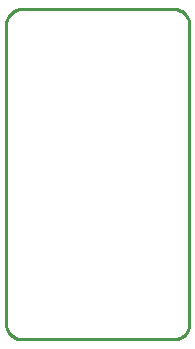
<source format=gbr>
G04 EAGLE Gerber RS-274X export*
G75*
%MOMM*%
%FSLAX34Y34*%
%LPD*%
%IN*%
%IPPOS*%
%AMOC8*
5,1,8,0,0,1.08239X$1,22.5*%
G01*
%ADD10C,0.254000*%


D10*
X5080Y27940D02*
X5128Y26833D01*
X5273Y25735D01*
X5513Y24653D01*
X5846Y23596D01*
X6270Y22573D01*
X6781Y21590D01*
X7377Y20656D01*
X8051Y19777D01*
X8800Y18960D01*
X9617Y18211D01*
X10496Y17537D01*
X11430Y16941D01*
X12413Y16430D01*
X13436Y16006D01*
X14493Y15673D01*
X15575Y15433D01*
X16673Y15288D01*
X17780Y15240D01*
X147320Y15240D01*
X148427Y15288D01*
X149525Y15433D01*
X150607Y15673D01*
X151664Y16006D01*
X152687Y16430D01*
X153670Y16941D01*
X154604Y17537D01*
X155483Y18211D01*
X156300Y18960D01*
X157049Y19777D01*
X157723Y20656D01*
X158319Y21590D01*
X158830Y22573D01*
X159254Y23596D01*
X159587Y24653D01*
X159827Y25735D01*
X159972Y26833D01*
X160020Y27940D01*
X160020Y281940D01*
X159972Y283047D01*
X159827Y284145D01*
X159587Y285227D01*
X159254Y286284D01*
X158830Y287307D01*
X158319Y288290D01*
X157723Y289224D01*
X157049Y290103D01*
X156300Y290920D01*
X155483Y291669D01*
X154604Y292343D01*
X153670Y292939D01*
X152687Y293450D01*
X151664Y293874D01*
X150607Y294207D01*
X149525Y294447D01*
X148427Y294592D01*
X147320Y294640D01*
X17780Y294640D01*
X16673Y294592D01*
X15575Y294447D01*
X14493Y294207D01*
X13436Y293874D01*
X12413Y293450D01*
X11430Y292939D01*
X10496Y292343D01*
X9617Y291669D01*
X8800Y290920D01*
X8051Y290103D01*
X7377Y289224D01*
X6781Y288290D01*
X6270Y287307D01*
X5846Y286284D01*
X5513Y285227D01*
X5273Y284145D01*
X5128Y283047D01*
X5080Y281940D01*
X5080Y27940D01*
M02*

</source>
